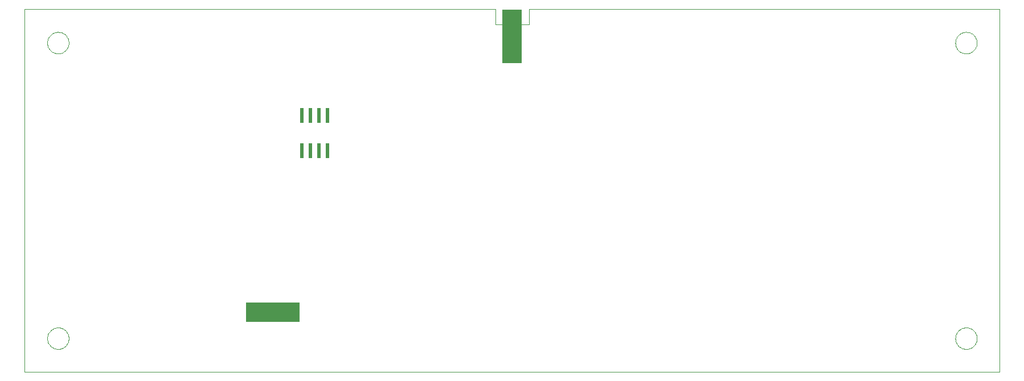
<source format=gtp>
G75*
G70*
%OFA0B0*%
%FSLAX24Y24*%
%IPPOS*%
%LPD*%
%AMOC8*
5,1,8,0,0,1.08239X$1,22.5*
%
%ADD10C,0.0000*%
%ADD11R,0.1181X0.3150*%
%ADD12R,0.0240X0.0870*%
%ADD13R,0.3150X0.1181*%
D10*
X000232Y000101D02*
X000232Y021361D01*
X027791Y021361D01*
X027791Y020455D01*
X029759Y020455D01*
X029759Y021361D01*
X057318Y021361D01*
X057318Y000101D01*
X000232Y000101D01*
X001570Y002069D02*
X001572Y002119D01*
X001578Y002169D01*
X001588Y002218D01*
X001602Y002266D01*
X001619Y002313D01*
X001640Y002358D01*
X001665Y002402D01*
X001693Y002443D01*
X001725Y002482D01*
X001759Y002519D01*
X001796Y002553D01*
X001836Y002583D01*
X001878Y002610D01*
X001922Y002634D01*
X001968Y002655D01*
X002015Y002671D01*
X002063Y002684D01*
X002113Y002693D01*
X002162Y002698D01*
X002213Y002699D01*
X002263Y002696D01*
X002312Y002689D01*
X002361Y002678D01*
X002409Y002663D01*
X002455Y002645D01*
X002500Y002623D01*
X002543Y002597D01*
X002584Y002568D01*
X002623Y002536D01*
X002659Y002501D01*
X002691Y002463D01*
X002721Y002423D01*
X002748Y002380D01*
X002771Y002336D01*
X002790Y002290D01*
X002806Y002242D01*
X002818Y002193D01*
X002826Y002144D01*
X002830Y002094D01*
X002830Y002044D01*
X002826Y001994D01*
X002818Y001945D01*
X002806Y001896D01*
X002790Y001848D01*
X002771Y001802D01*
X002748Y001758D01*
X002721Y001715D01*
X002691Y001675D01*
X002659Y001637D01*
X002623Y001602D01*
X002584Y001570D01*
X002543Y001541D01*
X002500Y001515D01*
X002455Y001493D01*
X002409Y001475D01*
X002361Y001460D01*
X002312Y001449D01*
X002263Y001442D01*
X002213Y001439D01*
X002162Y001440D01*
X002113Y001445D01*
X002063Y001454D01*
X002015Y001467D01*
X001968Y001483D01*
X001922Y001504D01*
X001878Y001528D01*
X001836Y001555D01*
X001796Y001585D01*
X001759Y001619D01*
X001725Y001656D01*
X001693Y001695D01*
X001665Y001736D01*
X001640Y001780D01*
X001619Y001825D01*
X001602Y001872D01*
X001588Y001920D01*
X001578Y001969D01*
X001572Y002019D01*
X001570Y002069D01*
X001570Y019392D02*
X001572Y019442D01*
X001578Y019492D01*
X001588Y019541D01*
X001602Y019589D01*
X001619Y019636D01*
X001640Y019681D01*
X001665Y019725D01*
X001693Y019766D01*
X001725Y019805D01*
X001759Y019842D01*
X001796Y019876D01*
X001836Y019906D01*
X001878Y019933D01*
X001922Y019957D01*
X001968Y019978D01*
X002015Y019994D01*
X002063Y020007D01*
X002113Y020016D01*
X002162Y020021D01*
X002213Y020022D01*
X002263Y020019D01*
X002312Y020012D01*
X002361Y020001D01*
X002409Y019986D01*
X002455Y019968D01*
X002500Y019946D01*
X002543Y019920D01*
X002584Y019891D01*
X002623Y019859D01*
X002659Y019824D01*
X002691Y019786D01*
X002721Y019746D01*
X002748Y019703D01*
X002771Y019659D01*
X002790Y019613D01*
X002806Y019565D01*
X002818Y019516D01*
X002826Y019467D01*
X002830Y019417D01*
X002830Y019367D01*
X002826Y019317D01*
X002818Y019268D01*
X002806Y019219D01*
X002790Y019171D01*
X002771Y019125D01*
X002748Y019081D01*
X002721Y019038D01*
X002691Y018998D01*
X002659Y018960D01*
X002623Y018925D01*
X002584Y018893D01*
X002543Y018864D01*
X002500Y018838D01*
X002455Y018816D01*
X002409Y018798D01*
X002361Y018783D01*
X002312Y018772D01*
X002263Y018765D01*
X002213Y018762D01*
X002162Y018763D01*
X002113Y018768D01*
X002063Y018777D01*
X002015Y018790D01*
X001968Y018806D01*
X001922Y018827D01*
X001878Y018851D01*
X001836Y018878D01*
X001796Y018908D01*
X001759Y018942D01*
X001725Y018979D01*
X001693Y019018D01*
X001665Y019059D01*
X001640Y019103D01*
X001619Y019148D01*
X001602Y019195D01*
X001588Y019243D01*
X001578Y019292D01*
X001572Y019342D01*
X001570Y019392D01*
X054720Y019392D02*
X054722Y019442D01*
X054728Y019492D01*
X054738Y019541D01*
X054752Y019589D01*
X054769Y019636D01*
X054790Y019681D01*
X054815Y019725D01*
X054843Y019766D01*
X054875Y019805D01*
X054909Y019842D01*
X054946Y019876D01*
X054986Y019906D01*
X055028Y019933D01*
X055072Y019957D01*
X055118Y019978D01*
X055165Y019994D01*
X055213Y020007D01*
X055263Y020016D01*
X055312Y020021D01*
X055363Y020022D01*
X055413Y020019D01*
X055462Y020012D01*
X055511Y020001D01*
X055559Y019986D01*
X055605Y019968D01*
X055650Y019946D01*
X055693Y019920D01*
X055734Y019891D01*
X055773Y019859D01*
X055809Y019824D01*
X055841Y019786D01*
X055871Y019746D01*
X055898Y019703D01*
X055921Y019659D01*
X055940Y019613D01*
X055956Y019565D01*
X055968Y019516D01*
X055976Y019467D01*
X055980Y019417D01*
X055980Y019367D01*
X055976Y019317D01*
X055968Y019268D01*
X055956Y019219D01*
X055940Y019171D01*
X055921Y019125D01*
X055898Y019081D01*
X055871Y019038D01*
X055841Y018998D01*
X055809Y018960D01*
X055773Y018925D01*
X055734Y018893D01*
X055693Y018864D01*
X055650Y018838D01*
X055605Y018816D01*
X055559Y018798D01*
X055511Y018783D01*
X055462Y018772D01*
X055413Y018765D01*
X055363Y018762D01*
X055312Y018763D01*
X055263Y018768D01*
X055213Y018777D01*
X055165Y018790D01*
X055118Y018806D01*
X055072Y018827D01*
X055028Y018851D01*
X054986Y018878D01*
X054946Y018908D01*
X054909Y018942D01*
X054875Y018979D01*
X054843Y019018D01*
X054815Y019059D01*
X054790Y019103D01*
X054769Y019148D01*
X054752Y019195D01*
X054738Y019243D01*
X054728Y019292D01*
X054722Y019342D01*
X054720Y019392D01*
X054720Y002069D02*
X054722Y002119D01*
X054728Y002169D01*
X054738Y002218D01*
X054752Y002266D01*
X054769Y002313D01*
X054790Y002358D01*
X054815Y002402D01*
X054843Y002443D01*
X054875Y002482D01*
X054909Y002519D01*
X054946Y002553D01*
X054986Y002583D01*
X055028Y002610D01*
X055072Y002634D01*
X055118Y002655D01*
X055165Y002671D01*
X055213Y002684D01*
X055263Y002693D01*
X055312Y002698D01*
X055363Y002699D01*
X055413Y002696D01*
X055462Y002689D01*
X055511Y002678D01*
X055559Y002663D01*
X055605Y002645D01*
X055650Y002623D01*
X055693Y002597D01*
X055734Y002568D01*
X055773Y002536D01*
X055809Y002501D01*
X055841Y002463D01*
X055871Y002423D01*
X055898Y002380D01*
X055921Y002336D01*
X055940Y002290D01*
X055956Y002242D01*
X055968Y002193D01*
X055976Y002144D01*
X055980Y002094D01*
X055980Y002044D01*
X055976Y001994D01*
X055968Y001945D01*
X055956Y001896D01*
X055940Y001848D01*
X055921Y001802D01*
X055898Y001758D01*
X055871Y001715D01*
X055841Y001675D01*
X055809Y001637D01*
X055773Y001602D01*
X055734Y001570D01*
X055693Y001541D01*
X055650Y001515D01*
X055605Y001493D01*
X055559Y001475D01*
X055511Y001460D01*
X055462Y001449D01*
X055413Y001442D01*
X055363Y001439D01*
X055312Y001440D01*
X055263Y001445D01*
X055213Y001454D01*
X055165Y001467D01*
X055118Y001483D01*
X055072Y001504D01*
X055028Y001528D01*
X054986Y001555D01*
X054946Y001585D01*
X054909Y001619D01*
X054875Y001656D01*
X054843Y001695D01*
X054815Y001736D01*
X054790Y001780D01*
X054769Y001825D01*
X054752Y001872D01*
X054738Y001920D01*
X054728Y001969D01*
X054722Y002019D01*
X054720Y002069D01*
D11*
X028775Y019776D03*
D12*
X017982Y015131D03*
X017482Y015131D03*
X016982Y015131D03*
X016482Y015131D03*
X016482Y013071D03*
X016982Y013071D03*
X017482Y013071D03*
X017982Y013071D03*
D13*
X014785Y003601D03*
M02*

</source>
